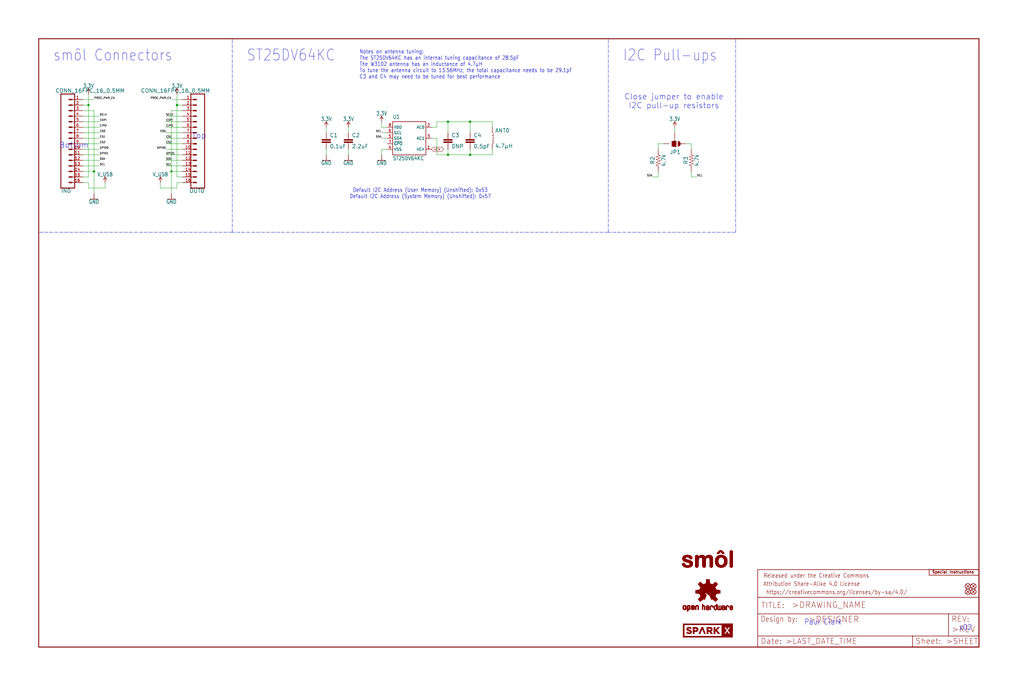
<source format=kicad_sch>
(kicad_sch (version 20211123) (generator eeschema)
  (paper "User" 470.306 317.906)
  (lib_symbols
    (symbol "eagleSchem-eagle-import:0.1UF-0402T-6.3V-10%-X7R"
      (property "Reference" "C" (at 1.524 2.921 0))
      (property "Value" "0.1UF-0402T-6.3V-10%-X7R" (at 1.524 -2.159 0))
      (symbol "0.1UF-0402T-6.3V-10%-X7R_1_0"
        (pin passive line (at 0 5.08 270) (length 2.54) (name "1") (number "1"))
        (pin passive line (at 0 -2.54 90) (length 2.54) (name "2") (number "2"))
      )
    )
    (symbol "eagleSchem-eagle-import:0.5PF-0402_TIGHT-50V-PM0.05PF-NP0"
      (property "Reference" "C" (at 1.524 2.921 0))
      (property "Value" "0.5PF-0402_TIGHT-50V-PM0.05PF-NP0" (at 1.524 -2.159 0))
      (symbol "0.5PF-0402_TIGHT-50V-PM0.05PF-NP0_1_0"
        (pin passive line (at 0 5.08 270) (length 2.54) (name "1") (number "1"))
        (pin passive line (at 0 -2.54 90) (length 2.54) (name "2") (number "2"))
      )
    )
    (symbol "eagleSchem-eagle-import:2.2UF-0402_TIGHT-10V-10%-X5R"
      (property "Reference" "C" (at 1.524 2.921 0))
      (property "Value" "2.2UF-0402_TIGHT-10V-10%-X5R" (at 1.524 -2.159 0))
      (symbol "2.2UF-0402_TIGHT-10V-10%-X5R_1_0"
        (pin passive line (at 0 5.08 270) (length 2.54) (name "1") (number "1"))
        (pin passive line (at 0 -2.54 90) (length 2.54) (name "2") (number "2"))
      )
    )
    (symbol "eagleSchem-eagle-import:3.3V" (power)
      (property "Value" "3.3V" (at 0 2.794 0))
      (symbol "3.3V_1_0"
        (pin power_in line (at 0 0 90) (length 2.54) (name "3.3V") (number "1"))
      )
    )
    (symbol "eagleSchem-eagle-import:4.7KOHM-0402T-1{slash}16W-1%"
      (property "Reference" "R" (at 0 1.524 0))
      (property "Value" "4.7KOHM-0402T-1{slash}16W-1%" (at 0 -1.524 0))
      (symbol "4.7KOHM-0402T-1{slash}16W-1%_1_0"
        (pin passive line (at -5.08 0 0) (length 2.54) (name "1") (number "1"))
        (pin passive line (at 5.08 0 180) (length 2.54) (name "2") (number "2"))
      )
    )
    (symbol "eagleSchem-eagle-import:CONN_16FPC_16_0.5MM"
      (property "Reference" "J" (at 0 20.828 0))
      (property "Value" "CONN_16FPC_16_0.5MM" (at 0 -25.146 0))
      (symbol "CONN_16FPC_16_0.5MM_1_0"
        (pin passive line (at 10.16 -20.32 180) (length 5.08) (name "1") (number "1"))
        (pin passive line (at 10.16 2.54 180) (length 5.08) (name "10") (number "10"))
        (pin passive line (at 10.16 5.08 180) (length 5.08) (name "11") (number "11"))
        (pin passive line (at 10.16 7.62 180) (length 5.08) (name "12") (number "12"))
        (pin passive line (at 10.16 10.16 180) (length 5.08) (name "13") (number "13"))
        (pin passive line (at 10.16 12.7 180) (length 5.08) (name "14") (number "14"))
        (pin passive line (at 10.16 15.24 180) (length 5.08) (name "15") (number "15"))
        (pin passive line (at 10.16 17.78 180) (length 5.08) (name "16") (number "16"))
        (pin passive line (at 10.16 -17.78 180) (length 5.08) (name "2") (number "2"))
        (pin passive line (at 10.16 -15.24 180) (length 5.08) (name "3") (number "3"))
        (pin passive line (at 10.16 -12.7 180) (length 5.08) (name "4") (number "4"))
        (pin passive line (at 10.16 -10.16 180) (length 5.08) (name "5") (number "5"))
        (pin passive line (at 10.16 -7.62 180) (length 5.08) (name "6") (number "6"))
        (pin passive line (at 10.16 -5.08 180) (length 5.08) (name "7") (number "7"))
        (pin passive line (at 10.16 -2.54 180) (length 5.08) (name "8") (number "8"))
        (pin passive line (at 10.16 0 180) (length 5.08) (name "9") (number "9"))
      )
    )
    (symbol "eagleSchem-eagle-import:DNP-0402-TIGHT_NO_CREAM"
      (property "Reference" "C" (at 1.524 2.921 0))
      (property "Value" "DNP-0402-TIGHT_NO_CREAM" (at 1.524 -2.159 0))
      (symbol "DNP-0402-TIGHT_NO_CREAM_1_0"
        (pin passive line (at 0 5.08 270) (length 2.54) (name "1") (number "1"))
        (pin passive line (at 0 -2.54 90) (length 2.54) (name "2") (number "2"))
      )
    )
    (symbol "eagleSchem-eagle-import:FIDUCIALUFIDUCIAL")
    (symbol "eagleSchem-eagle-import:FRAME-LEDGER"
      (symbol "FRAME-LEDGER_2_0"
        (text " https://creativecommons.org/licenses/by-sa/4.0/" (at 2.54 24.13 0) (effects (font (size 1.9304 1.6408)) (justify left bottom)))
        (text ">DESIGNER" (at 23.114 11.176 0) (effects (font (size 2.7432 2.7432)) (justify left bottom)))
        (text ">DRAWING_NAME" (at 15.494 17.78 0) (effects (font (size 2.7432 2.7432)) (justify left bottom)))
        (text ">LAST_DATE_TIME" (at 12.7 1.27 0) (effects (font (size 2.54 2.54)) (justify left bottom)))
        (text ">REV" (at 88.9 6.604 0) (effects (font (size 2.7432 2.7432)) (justify left bottom)))
        (text ">SHEET" (at 86.36 1.27 0) (effects (font (size 2.54 2.54)) (justify left bottom)))
        (text "Attribution Share-Alike 4.0 License" (at 2.54 27.94 0) (effects (font (size 1.9304 1.6408)) (justify left bottom)))
        (text "Date:" (at 1.27 1.27 0) (effects (font (size 2.54 2.54)) (justify left bottom)))
        (text "Design by:" (at 1.27 11.43 0) (effects (font (size 2.54 2.159)) (justify left bottom)))
        (text "Released under the Creative Commons" (at 2.54 31.75 0) (effects (font (size 1.9304 1.6408)) (justify left bottom)))
        (text "REV:" (at 88.9 11.43 0) (effects (font (size 2.54 2.54)) (justify left bottom)))
        (text "Sheet:" (at 72.39 1.27 0) (effects (font (size 2.54 2.54)) (justify left bottom)))
        (text "TITLE:" (at 1.524 17.78 0) (effects (font (size 2.54 2.54)) (justify left bottom)))
      )
    )
    (symbol "eagleSchem-eagle-import:GND" (power)
      (property "Value" "GND" (at 0 -0.254 0))
      (symbol "GND_1_0"
        (pin power_in line (at 0 2.54 270) (length 2.54) (name "GND") (number "1"))
      )
    )
    (symbol "eagleSchem-eagle-import:JUMPER-SMT_3_NO_SILK"
      (property "Reference" "JP" (at 6.096 1.27 0))
      (property "Value" "JUMPER-SMT_3_NO_SILK" (at 6.858 -1.524 0))
      (symbol "JUMPER-SMT_3_NO_SILK_1_0"
        (pin passive line (at 0 5.08 270) (length 2.54) (name "1") (number "1"))
        (pin passive line (at -5.08 0 0) (length 2.54) (name "2") (number "2"))
        (pin passive line (at 0 -5.08 90) (length 2.54) (name "3") (number "3"))
      )
    )
    (symbol "eagleSchem-eagle-import:OSHW-LOGOMINI")
    (symbol "eagleSchem-eagle-import:RFID_ANTENNA_W3102"
      (property "Value" "RFID_ANTENNA_W3102" (at 1.27 -2.54 0))
      (symbol "RFID_ANTENNA_W3102_1_0"
        (pin passive line (at 0 5.08 270) (length 2.54) (name "1") (number "1"))
        (pin passive line (at 0 -5.08 90) (length 2.54) (name "2") (number "2"))
      )
    )
    (symbol "eagleSchem-eagle-import:SMOL_LOGOSMALL")
    (symbol "eagleSchem-eagle-import:SPARKX-LOGO3")
    (symbol "eagleSchem-eagle-import:SPECIAL_INSTRUCTIONS-ORDERING"
      (symbol "SPECIAL_INSTRUCTIONS-ORDERING_1_0"
        (text "Special Instructions" (at 1.27 0.6985 0) (effects (font (size 1.27 1.27) (thickness 0.254) bold) (justify left bottom)))
      )
    )
    (symbol "eagleSchem-eagle-import:ST25DV64KC"
      (property "Reference" "U" (at 0 16.51 0))
      (property "Value" "ST25DV64KC" (at 0 -2.54 0))
      (symbol "ST25DV64KC_1_0"
        (pin power_in line (at 17.78 2.54 180) (length 2.54) (name "VEH") (number "1"))
        (pin bidirectional line (at 17.78 12.7 180) (length 2.54) (name "AC0") (number "2"))
        (pin bidirectional line (at 17.78 7.62 180) (length 2.54) (name "AC1") (number "3"))
        (pin power_in line (at -2.54 2.54 0) (length 2.54) (name "VSS") (number "4"))
        (pin bidirectional line (at -2.54 7.62 0) (length 2.54) (name "SDA") (number "5"))
        (pin bidirectional line (at -2.54 10.16 0) (length 2.54) (name "SCL") (number "6"))
        (pin output line (at -2.54 5.08 0) (length 2.54) (name "~{GPO}") (number "7"))
        (pin power_in line (at -2.54 12.7 0) (length 2.54) (name "VDD") (number "8"))
      )
    )
    (symbol "eagleSchem-eagle-import:V_USB" (power)
      (property "Value" "V_USB" (at 0 2.794 0))
      (symbol "V_USB_1_0"
        (pin power_in line (at 0 0 90) (length 2.54) (name "V_USB") (number "1"))
      )
    )
  )
  (junction (at 215.9 55.88))
  (junction (at 43.18 78.74))
  (junction (at 215.9 71.12))
  (junction (at 205.74 71.12))
  (junction (at 205.74 55.88))
  (junction (at 81.28 48.26))
  (junction (at 40.64 48.26))
  (junction (at 78.74 78.74))
  (wire (pts (xy 40.64 81.28) (xy 40.64 48.26)))
  (wire (pts (xy 205.74 68.58) (xy 205.74 71.12)))
  (wire (pts (xy 149.86 60.96) (xy 149.86 58.42)))
  (wire (pts (xy 38.1 63.5) (xy 45.72 63.5)))
  (wire (pts (xy 304.8 66.04) (xy 302.26 66.04)))
  (wire (pts (xy 160.02 58.42) (xy 160.02 60.96)))
  (wire (pts (xy 38.1 73.66) (xy 45.72 73.66)))
  (wire (pts (xy 160.02 71.12) (xy 160.02 68.58)))
  (wire (pts (xy 83.82 60.96) (xy 76.2 60.96)))
  (wire (pts (xy 198.12 63.5) (xy 200.66 63.5)))
  (wire (pts (xy 200.66 63.5) (xy 200.66 71.12)))
  (wire (pts (xy 81.28 83.82) (xy 81.28 86.36)))
  (wire (pts (xy 38.1 60.96) (xy 45.72 60.96)))
  (wire (pts (xy 215.9 68.58) (xy 215.9 71.12)))
  (wire (pts (xy 38.1 55.88) (xy 45.72 55.88)))
  (wire (pts (xy 38.1 76.2) (xy 45.72 76.2)))
  (wire (pts (xy 78.74 78.74) (xy 83.82 78.74)))
  (wire (pts (xy 83.82 66.04) (xy 76.2 66.04)))
  (wire (pts (xy 149.86 71.12) (xy 149.86 68.58)))
  (wire (pts (xy 43.18 88.9) (xy 43.18 78.74)))
  (polyline (pts (xy 279.4 106.68) (xy 106.68 106.68)))
  (wire (pts (xy 38.1 68.58) (xy 45.72 68.58)))
  (wire (pts (xy 200.66 58.42) (xy 200.66 55.88)))
  (wire (pts (xy 198.12 58.42) (xy 200.66 58.42)))
  (wire (pts (xy 38.1 58.42) (xy 45.72 58.42)))
  (wire (pts (xy 200.66 71.12) (xy 205.74 71.12)))
  (wire (pts (xy 314.96 66.04) (xy 317.5 66.04)))
  (wire (pts (xy 83.82 71.12) (xy 76.2 71.12)))
  (wire (pts (xy 175.26 68.58) (xy 175.26 71.12)))
  (wire (pts (xy 177.8 58.42) (xy 175.26 58.42)))
  (wire (pts (xy 317.5 66.04) (xy 317.5 68.58)))
  (polyline (pts (xy 279.4 106.68) (xy 279.4 17.78)))
  (wire (pts (xy 309.88 58.42) (xy 309.88 60.96)))
  (wire (pts (xy 317.5 78.74) (xy 317.5 81.28)))
  (wire (pts (xy 302.26 66.04) (xy 302.26 68.58)))
  (wire (pts (xy 215.9 60.96) (xy 215.9 55.88)))
  (wire (pts (xy 83.82 83.82) (xy 81.28 83.82)))
  (wire (pts (xy 226.06 71.12) (xy 226.06 68.58)))
  (wire (pts (xy 215.9 55.88) (xy 226.06 55.88)))
  (wire (pts (xy 83.82 58.42) (xy 76.2 58.42)))
  (wire (pts (xy 83.82 50.8) (xy 78.74 50.8)))
  (wire (pts (xy 48.26 83.82) (xy 48.26 86.36)))
  (polyline (pts (xy 106.68 106.68) (xy 17.78 106.68)))
  (wire (pts (xy 200.66 55.88) (xy 205.74 55.88)))
  (wire (pts (xy 78.74 50.8) (xy 78.74 78.74)))
  (polyline (pts (xy 106.68 106.68) (xy 106.68 17.78)))
  (wire (pts (xy 83.82 55.88) (xy 76.2 55.88)))
  (wire (pts (xy 205.74 55.88) (xy 215.9 55.88)))
  (wire (pts (xy 81.28 86.36) (xy 73.66 86.36)))
  (wire (pts (xy 38.1 71.12) (xy 45.72 71.12)))
  (wire (pts (xy 175.26 58.42) (xy 175.26 55.88)))
  (wire (pts (xy 205.74 60.96) (xy 205.74 55.88)))
  (polyline (pts (xy 337.82 106.68) (xy 279.4 106.68)))
  (wire (pts (xy 177.8 60.96) (xy 175.26 60.96)))
  (wire (pts (xy 78.74 88.9) (xy 78.74 78.74)))
  (wire (pts (xy 38.1 48.26) (xy 40.64 48.26)))
  (wire (pts (xy 38.1 45.72) (xy 43.18 45.72)))
  (wire (pts (xy 40.64 83.82) (xy 40.64 86.36)))
  (wire (pts (xy 302.26 78.74) (xy 302.26 81.28)))
  (wire (pts (xy 83.82 81.28) (xy 81.28 81.28)))
  (wire (pts (xy 40.64 48.26) (xy 40.64 43.18)))
  (wire (pts (xy 43.18 50.8) (xy 43.18 78.74)))
  (wire (pts (xy 83.82 76.2) (xy 76.2 76.2)))
  (wire (pts (xy 177.8 68.58) (xy 175.26 68.58)))
  (polyline (pts (xy 337.82 106.68) (xy 337.82 17.78)))
  (wire (pts (xy 83.82 48.26) (xy 81.28 48.26)))
  (wire (pts (xy 317.5 81.28) (xy 320.04 81.28)))
  (wire (pts (xy 83.82 45.72) (xy 78.74 45.72)))
  (wire (pts (xy 38.1 81.28) (xy 40.64 81.28)))
  (wire (pts (xy 38.1 83.82) (xy 40.64 83.82)))
  (wire (pts (xy 83.82 63.5) (xy 76.2 63.5)))
  (wire (pts (xy 177.8 63.5) (xy 175.26 63.5)))
  (wire (pts (xy 83.82 53.34) (xy 76.2 53.34)))
  (wire (pts (xy 215.9 71.12) (xy 226.06 71.12)))
  (wire (pts (xy 38.1 66.04) (xy 45.72 66.04)))
  (wire (pts (xy 226.06 55.88) (xy 226.06 58.42)))
  (wire (pts (xy 81.28 81.28) (xy 81.28 48.26)))
  (wire (pts (xy 205.74 71.12) (xy 215.9 71.12)))
  (wire (pts (xy 38.1 78.74) (xy 43.18 78.74)))
  (wire (pts (xy 83.82 68.58) (xy 76.2 68.58)))
  (wire (pts (xy 73.66 86.36) (xy 73.66 83.82)))
  (wire (pts (xy 302.26 81.28) (xy 299.72 81.28)))
  (wire (pts (xy 83.82 73.66) (xy 76.2 73.66)))
  (wire (pts (xy 38.1 50.8) (xy 43.18 50.8)))
  (wire (pts (xy 48.26 86.36) (xy 40.64 86.36)))
  (wire (pts (xy 38.1 53.34) (xy 45.72 53.34)))
  (wire (pts (xy 81.28 48.26) (xy 81.28 43.18)))
  (text "Close jumper to enable\nI2C pull-up resistors" (at 309.499 46.609 180) (effects (font (size 2.54 2.54))))
  (text "Default I2C Address (User Memory) (Unshifted): 0x53\nDefault I2C Address (System Memory) (Unshifted): 0x57" (at 193.04 88.9 180) (effects (font (size 1.778 1.5113))))
  (text "ST25DV64KC" (at 113.284 28.448 180) (effects (font (size 5.08 4.318)) (justify left bottom)))
  (text "Notes on antenna tuning:\nThe ST25DV64KC has an internal tuning capacitance of 28.5pF\nThe W3102 antenna has an inductance of 4.7µH\nTo tune the antenna circuit to 13.56MHz, the total capacitance needs to be 29.1pF\nC3 and C4 may need to be tuned for best performance" (at 165.1 22.86 180) (effects (font (size 1.778 1.5113)) (justify left top)))
  (text "x02" (at 440.436 289.814 180) (effects (font (size 2.54 2.159)) (justify left bottom)))
  (text "Top" (at 94.742 60.96 180) (effects (font (size 2.54 2.54)) (justify right top)))
  (text "I2C Pull-ups" (at 286.004 28.448 180) (effects (font (size 5.08 4.318)) (justify left bottom)))
  (text "Bottom" (at 27.178 68.326 180) (effects (font (size 2.54 2.54)) (justify left bottom)))
  (text "smôl Connectors" (at 24.384 28.448 180) (effects (font (size 5.08 4.318)) (justify left bottom)))
  (text "Paul Clark" (at 369.316 287.274 180) (effects (font (size 2.54 2.159)) (justify left bottom)))
  (label "SDA" (at 76.2 73.66 0) (effects (font (size 0.889 0.889))))
  (label "CS1" (at 45.72 63.5 0) (effects (font (size 0.889 0.889))))
  (label "SCL" (at 76.2 76.2 0) (effects (font (size 0.889 0.889))))
  (label "SCL" (at 175.26 60.96 180) (effects (font (size 0.889 0.889))))
  (label "SDA" (at 45.72 73.66 0) (effects (font (size 0.889 0.889))))
  (label "CS0" (at 45.72 60.96 0) (effects (font (size 0.889 0.889))))
  (label "CS1" (at 76.2 63.5 0) (effects (font (size 0.889 0.889))))
  (label "GPIO1" (at 76.2 71.12 0) (effects (font (size 0.889 0.889))))
  (label "COPI" (at 45.72 55.88 0) (effects (font (size 0.889 0.889))))
  (label "SDA" (at 175.26 63.5 180) (effects (font (size 0.889 0.889))))
  (label "COPI" (at 76.2 55.88 0) (effects (font (size 0.889 0.889))))
  (label "CS2" (at 45.72 66.04 0) (effects (font (size 0.889 0.889))))
  (label "PROC_PWR_EN" (at 78.74 45.72 180) (effects (font (size 0.889 0.889))))
  (label "SCL" (at 45.72 76.2 0) (effects (font (size 0.889 0.889))))
  (label "GPIO1" (at 45.72 71.12 0) (effects (font (size 0.889 0.889))))
  (label "CS2" (at 76.2 66.04 0) (effects (font (size 0.889 0.889))))
  (label "SCL" (at 320.04 81.28 0) (effects (font (size 0.889 0.889))))
  (label "CS0" (at 76.2 60.96 180) (effects (font (size 0.889 0.889))))
  (label "GPIO0" (at 76.2 68.58 180) (effects (font (size 0.889 0.889))))
  (label "PROC_PWR_EN" (at 43.18 45.72 0) (effects (font (size 0.889 0.889))))
  (label "CIPO" (at 76.2 58.42 0) (effects (font (size 0.889 0.889))))
  (label "SDA" (at 299.72 81.28 180) (effects (font (size 0.889 0.889))))
  (label "SCLK" (at 76.2 53.34 0) (effects (font (size 0.889 0.889))))
  (label "CIPO" (at 45.72 58.42 0) (effects (font (size 0.889 0.889))))
  (label "GPIO0" (at 45.72 68.58 0) (effects (font (size 0.889 0.889))))
  (label "SCLK" (at 45.72 53.34 0) (effects (font (size 0.889 0.889))))
  (global_label "VEH" (shape bidirectional) (at 198.12 68.58 0) (effects (font (size 1.016 1.016))) (property "Intersheet References" "${INTERSHEET_REFS}" (effects hide)))
  (symbol (lib_id "eagleSchem-eagle-import:SPECIAL_INSTRUCTIONS-ORDERING") (at 426.72 264.16 0) (unit 1)
    (property "Reference" "LOGO1" (effects hide))
    (property "Value" "SPECIAL_INSTRUCTIONS-ORDERING" (effects hide))
    (property "Footprint" "eagleSchem:ORDERING_INSTRUCTIONS" (effects hide))
  )
  (symbol (lib_id "eagleSchem-eagle-import:3.3V") (at 81.28 43.18 0) (unit 1)
    (property "Reference" "#SUPPLY22" (effects hide))
    (property "Value" "3.3V" (at 81.28 40.386 0) (effects (font (size 1.778 1.5113)) (justify bottom)))
    (property "Footprint" "eagleSchem:" (effects hide))
  )
  (symbol (lib_id "eagleSchem-eagle-import:3.3V") (at 40.64 43.18 0) (unit 1)
    (property "Reference" "#SUPPLY21" (effects hide))
    (property "Value" "3.3V" (at 40.64 40.386 0) (effects (font (size 1.778 1.5113)) (justify bottom)))
    (property "Footprint" "eagleSchem:" (effects hide))
  )
  (symbol (lib_id "eagleSchem-eagle-import:FIDUCIALUFIDUCIAL") (at 447.04 271.78 0) (unit 1)
    (property "Reference" "FD1" (effects hide))
    (property "Value" "FIDUCIALUFIDUCIAL" (effects hide))
    (property "Footprint" "eagleSchem:FIDUCIAL-MICRO" (effects hide))
  )
  (symbol (lib_id "eagleSchem-eagle-import:0.1UF-0402T-6.3V-10%-X7R") (at 149.86 66.04 0) (unit 1)
    (property "Reference" "C1" (at 151.384 63.119 0) (effects (font (size 1.778 1.778)) (justify left bottom)))
    (property "Value" "0.1uF" (at 151.384 68.199 0) (effects (font (size 1.778 1.778)) (justify left bottom)))
    (property "Footprint" "eagleSchem:0402-TIGHT" (effects hide))
  )
  (symbol (lib_id "eagleSchem-eagle-import:GND") (at 43.18 91.44 0) (unit 1)
    (property "Reference" "#GND54" (effects hide))
    (property "Value" "GND" (at 43.18 91.694 0) (effects (font (size 1.778 1.5113)) (justify top)))
    (property "Footprint" "eagleSchem:" (effects hide))
  )
  (symbol (lib_id "eagleSchem-eagle-import:DNP-0402-TIGHT_NO_CREAM") (at 205.74 66.04 0) (unit 1)
    (property "Reference" "C3" (at 207.264 63.119 0) (effects (font (size 1.778 1.778)) (justify left bottom)))
    (property "Value" "DNP" (at 207.264 68.199 0) (effects (font (size 1.778 1.778)) (justify left bottom)))
    (property "Footprint" "eagleSchem:0402-TIGHT_NO_CREAM" (effects hide))
  )
  (symbol (lib_id "eagleSchem-eagle-import:GND") (at 149.86 73.66 0) (unit 1)
    (property "Reference" "#GND2" (effects hide))
    (property "Value" "GND" (at 149.86 73.914 0) (effects (font (size 1.778 1.5113)) (justify top)))
    (property "Footprint" "eagleSchem:" (effects hide))
  )
  (symbol (lib_id "eagleSchem-eagle-import:FIDUCIALUFIDUCIAL") (at 444.5 271.78 0) (unit 1)
    (property "Reference" "FD2" (effects hide))
    (property "Value" "FIDUCIALUFIDUCIAL" (effects hide))
    (property "Footprint" "eagleSchem:FIDUCIAL-MICRO" (effects hide))
  )
  (symbol (lib_id "eagleSchem-eagle-import:GND") (at 78.74 91.44 0) (unit 1)
    (property "Reference" "#GND56" (effects hide))
    (property "Value" "GND" (at 78.74 91.694 0) (effects (font (size 1.778 1.5113)) (justify top)))
    (property "Footprint" "eagleSchem:" (effects hide))
  )
  (symbol (lib_id "eagleSchem-eagle-import:4.7KOHM-0402T-1{slash}16W-1%") (at 317.5 73.66 90) (unit 1)
    (property "Reference" "R3" (at 315.976 73.66 0) (effects (font (size 1.778 1.778)) (justify bottom)))
    (property "Value" "4.7k" (at 319.024 73.66 0) (effects (font (size 1.778 1.778)) (justify top)))
    (property "Footprint" "eagleSchem:0402-TIGHT" (effects hide))
  )
  (symbol (lib_id "eagleSchem-eagle-import:GND") (at 175.26 73.66 0) (unit 1)
    (property "Reference" "#GND1" (effects hide))
    (property "Value" "GND" (at 175.26 73.914 0) (effects (font (size 1.778 1.5113)) (justify top)))
    (property "Footprint" "eagleSchem:" (effects hide))
  )
  (symbol (lib_id "eagleSchem-eagle-import:RFID_ANTENNA_W3102") (at 226.06 63.5 0) (unit 1)
    (property "Reference" "ANT0" (at 227.33 60.96 0) (effects (font (size 1.778 1.778)) (justify left bottom)))
    (property "Value" "4.7μH" (at 227.33 66.04 0) (effects (font (size 1.778 1.778)) (justify left top)))
    (property "Footprint" "eagleSchem:W3102" (effects hide))
  )
  (symbol (lib_id "eagleSchem-eagle-import:FRAME-LEDGER") (at 347.98 297.18 0) (unit 2)
    (property "Reference" "FRAME1" (effects hide))
    (property "Value" "FRAME-LEDGER" (effects hide))
    (property "Footprint" "eagleSchem:CREATIVE_COMMONS" (effects hide))
  )
  (symbol (lib_id "eagleSchem-eagle-import:3.3V") (at 160.02 58.42 0) (unit 1)
    (property "Reference" "#SUPPLY6" (effects hide))
    (property "Value" "3.3V" (at 160.02 55.626 0) (effects (font (size 1.778 1.5113)) (justify bottom)))
    (property "Footprint" "eagleSchem:" (effects hide))
  )
  (symbol (lib_id "eagleSchem-eagle-import:SMOL_LOGOSMALL") (at 325.12 256.54 0) (unit 1)
    (property "Reference" "U$9" (effects hide))
    (property "Value" "SMOL_LOGOSMALL" (effects hide))
    (property "Footprint" "eagleSchem:SMOL_SMALL" (effects hide))
  )
  (symbol (lib_id "eagleSchem-eagle-import:CONN_16FPC_16_0.5MM") (at 27.94 66.04 0) (mirror x) (unit 1)
    (property "Reference" "IN0" (at 27.94 86.614 0) (effects (font (size 1.778 1.778)) (justify left bottom)))
    (property "Value" "CONN_16FPC_16_0.5MM" (at 25.4 40.64 0) (effects (font (size 1.778 1.778)) (justify left bottom)))
    (property "Footprint" "eagleSchem:FPC_16_0.5MM" (effects hide))
  )
  (symbol (lib_id "eagleSchem-eagle-import:FIDUCIALUFIDUCIAL") (at 444.5 269.24 0) (unit 1)
    (property "Reference" "FD3" (effects hide))
    (property "Value" "FIDUCIALUFIDUCIAL" (effects hide))
    (property "Footprint" "eagleSchem:FIDUCIAL-MICRO" (effects hide))
  )
  (symbol (lib_id "eagleSchem-eagle-import:3.3V") (at 309.88 58.42 0) (unit 1)
    (property "Reference" "#SUPPLY3" (effects hide))
    (property "Value" "3.3V" (at 309.88 55.626 0) (effects (font (size 1.778 1.5113)) (justify bottom)))
    (property "Footprint" "eagleSchem:" (effects hide))
  )
  (symbol (lib_id "eagleSchem-eagle-import:ST25DV64KC") (at 180.34 71.12 0) (unit 1)
    (property "Reference" "U1" (at 180.34 54.61 0) (effects (font (size 1.778 1.5113)) (justify left bottom)))
    (property "Value" "ST25DV64KC" (at 180.34 73.66 0) (effects (font (size 1.778 1.5113)) (justify left bottom)))
    (property "Footprint" "eagleSchem:SO08" (effects hide))
  )
  (symbol (lib_id "eagleSchem-eagle-import:OSHW-LOGOMINI") (at 325.12 271.78 0) (unit 1)
    (property "Reference" "LOGO2" (effects hide))
    (property "Value" "OSHW-LOGOMINI" (effects hide))
    (property "Footprint" "eagleSchem:OSHW-LOGO-MINI" (effects hide))
  )
  (symbol (lib_id "eagleSchem-eagle-import:SPARKX-LOGO3") (at 325.12 289.56 0) (unit 1)
    (property "Reference" "U$1" (effects hide))
    (property "Value" "SPARKX-LOGO3" (effects hide))
    (property "Footprint" "eagleSchem:SPARKX-SMALL" (effects hide))
  )
  (symbol (lib_id "eagleSchem-eagle-import:SMOL_LOGOSMALL") (at 325.12 256.54 0) (unit 1)
    (property "Reference" "U$3" (effects hide))
    (property "Value" "SMOL_LOGOSMALL" (effects hide))
    (property "Footprint" "eagleSchem:SMOL_SMALL" (effects hide))
  )
  (symbol (lib_id "eagleSchem-eagle-import:V_USB") (at 73.66 83.82 0) (unit 1)
    (property "Reference" "#SUPPLY27" (effects hide))
    (property "Value" "V_USB" (at 73.66 81.026 0) (effects (font (size 1.778 1.5113)) (justify bottom)))
    (property "Footprint" "eagleSchem:" (effects hide))
  )
  (symbol (lib_id "eagleSchem-eagle-import:FRAME-LEDGER") (at 17.78 297.18 0) (unit 1)
    (property "Reference" "FRAME1" (effects hide))
    (property "Value" "FRAME-LEDGER" (effects hide))
    (property "Footprint" "eagleSchem:CREATIVE_COMMONS" (effects hide))
  )
  (symbol (lib_id "eagleSchem-eagle-import:4.7KOHM-0402T-1{slash}16W-1%") (at 302.26 73.66 90) (unit 1)
    (property "Reference" "R2" (at 300.736 73.66 0) (effects (font (size 1.778 1.778)) (justify bottom)))
    (property "Value" "4.7k" (at 303.784 73.66 0) (effects (font (size 1.778 1.778)) (justify top)))
    (property "Footprint" "eagleSchem:0402-TIGHT" (effects hide))
  )
  (symbol (lib_id "eagleSchem-eagle-import:FIDUCIALUFIDUCIAL") (at 447.04 269.24 0) (unit 1)
    (property "Reference" "FD4" (effects hide))
    (property "Value" "FIDUCIALUFIDUCIAL" (effects hide))
    (property "Footprint" "eagleSchem:FIDUCIAL-MICRO" (effects hide))
  )
  (symbol (lib_id "eagleSchem-eagle-import:0.5PF-0402_TIGHT-50V-PM0.05PF-NP0") (at 215.9 66.04 0) (unit 1)
    (property "Reference" "C4" (at 217.424 63.119 0) (effects (font (size 1.778 1.778)) (justify left bottom)))
    (property "Value" "0.5pF" (at 217.424 68.199 0) (effects (font (size 1.778 1.778)) (justify left bottom)))
    (property "Footprint" "eagleSchem:0402-TIGHT" (effects hide))
  )
  (symbol (lib_id "eagleSchem-eagle-import:3.3V") (at 149.86 58.42 0) (unit 1)
    (property "Reference" "#SUPPLY2" (effects hide))
    (property "Value" "3.3V" (at 149.86 55.626 0) (effects (font (size 1.778 1.5113)) (justify bottom)))
    (property "Footprint" "eagleSchem:" (effects hide))
  )
  (symbol (lib_id "eagleSchem-eagle-import:CONN_16FPC_16_0.5MM") (at 93.98 66.04 180) (unit 1)
    (property "Reference" "OUT0" (at 93.98 86.614 0) (effects (font (size 1.778 1.778)) (justify left bottom)))
    (property "Value" "CONN_16FPC_16_0.5MM" (at 96.52 40.64 0) (effects (font (size 1.778 1.778)) (justify left bottom)))
    (property "Footprint" "eagleSchem:FPC_16_0.5MM" (effects hide))
  )
  (symbol (lib_id "eagleSchem-eagle-import:2.2UF-0402_TIGHT-10V-10%-X5R") (at 160.02 66.04 0) (unit 1)
    (property "Reference" "C2" (at 161.544 63.119 0) (effects (font (size 1.778 1.778)) (justify left bottom)))
    (property "Value" "2.2uF" (at 161.544 68.199 0) (effects (font (size 1.778 1.778)) (justify left bottom)))
    (property "Footprint" "eagleSchem:0402-TIGHT" (effects hide))
  )
  (symbol (lib_id "eagleSchem-eagle-import:OSHW-LOGOMINI") (at 325.12 271.78 0) (unit 1)
    (property "Reference" "LOGO3" (effects hide))
    (property "Value" "OSHW-LOGOMINI" (effects hide))
    (property "Footprint" "eagleSchem:OSHW-LOGO-MINI" (effects hide))
  )
  (symbol (lib_id "eagleSchem-eagle-import:GND") (at 160.02 73.66 0) (unit 1)
    (property "Reference" "#GND58" (effects hide))
    (property "Value" "GND" (at 160.02 73.914 0) (effects (font (size 1.778 1.5113)) (justify top)))
    (property "Footprint" "eagleSchem:" (effects hide))
  )
  (symbol (lib_id "eagleSchem-eagle-import:3.3V") (at 175.26 55.88 0) (unit 1)
    (property "Reference" "#SUPPLY1" (effects hide))
    (property "Value" "3.3V" (at 175.26 53.086 0) (effects (font (size 1.778 1.5113)) (justify bottom)))
    (property "Footprint" "eagleSchem:" (effects hide))
  )
  (symbol (lib_id "eagleSchem-eagle-import:JUMPER-SMT_3_NO_SILK") (at 309.88 66.04 270) (unit 1)
    (property "Reference" "JP1" (at 310.134 69.85 90) (effects (font (size 1.778 1.778))))
    (property "Value" "JUMPER-SMT_3_NO_SILK" (effects hide))
    (property "Footprint" "eagleSchem:SMT-JUMPER_3_NO_SILK" (effects hide))
  )
  (symbol (lib_id "eagleSchem-eagle-import:V_USB") (at 48.26 83.82 0) (unit 1)
    (property "Reference" "#SUPPLY25" (effects hide))
    (property "Value" "V_USB" (at 48.26 81.026 0) (effects (font (size 1.778 1.5113)) (justify bottom)))
    (property "Footprint" "eagleSchem:" (effects hide))
  )
)
</source>
